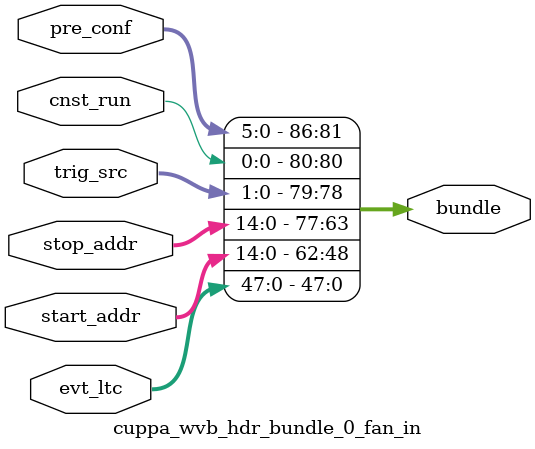
<source format=v>
module cuppa_wvb_hdr_bundle_0_fan_in
  (
   bundle,
   evt_ltc,
   start_addr,
   stop_addr,
   trig_src,
   cnst_run,
   pre_conf
  );

`include "cuppa_wvb_hdr_bundle_0_inc.v"

   output [86:0] bundle;
   input [47:0] evt_ltc;
   input [14:0] start_addr;
   input [14:0] stop_addr;
   input [1:0] trig_src;
   input [0:0] cnst_run;
   input [5:0] pre_conf;

assign bundle[47:0] = evt_ltc;
assign bundle[62:48] = start_addr;
assign bundle[77:63] = stop_addr;
assign bundle[79:78] = trig_src;
assign bundle[80:80] = cnst_run;
assign bundle[86:81] = pre_conf;


endmodule

</source>
